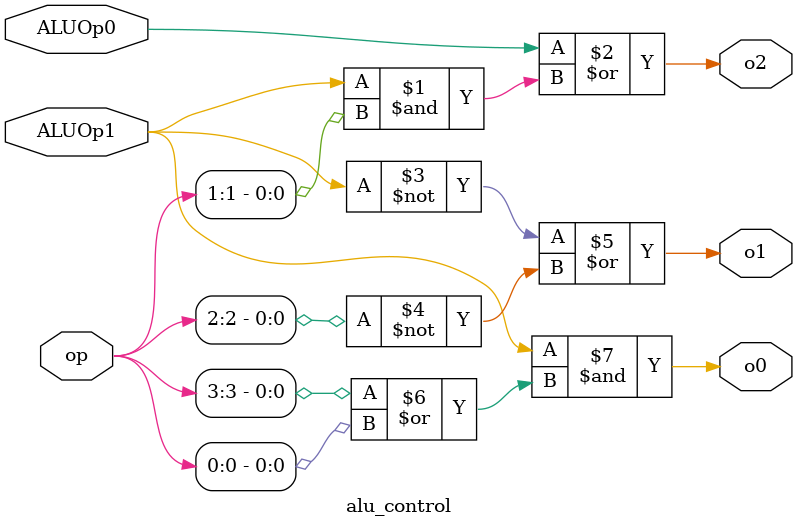
<source format=v>
module alu_control(o0,o1,o2,op, ALUOp1, ALUOp0);
    output o0,o1,o2;
    input [5:0] op;
    input ALUOp1, ALUOp0;
    
    assign o2 = ALUOp0 | (ALUOp1 & op[1]);
    assign o1 = (~ALUOp1) | (~op[2]);
    assign o0 = ALUOp1 & (op[3] | op[0]);
endmodule
</source>
